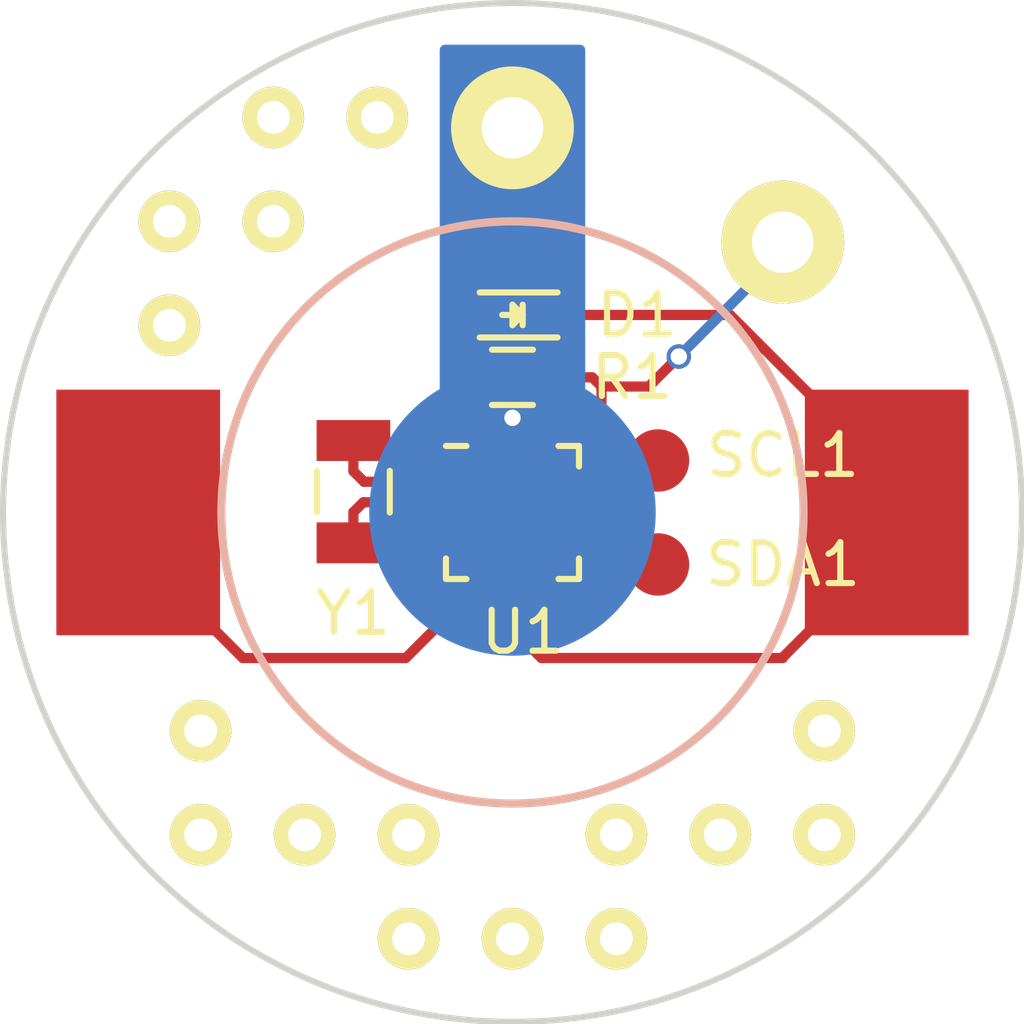
<source format=kicad_pcb>
(kicad_pcb (version 4) (host pcbnew 4.0.1-3.201512221402+6198~38~ubuntu14.04.1-stable)

  (general
    (links 17)
    (no_connects 0)
    (area 145.720999 86.792999 170.763001 111.835001)
    (thickness 1.6)
    (drawings 2)
    (tracks 47)
    (zones 0)
    (modules 27)
    (nets 10)
  )

  (page A4)
  (layers
    (0 F.Cu signal)
    (31 B.Cu signal)
    (32 B.Adhes user)
    (33 F.Adhes user)
    (34 B.Paste user)
    (35 F.Paste user)
    (36 B.SilkS user)
    (37 F.SilkS user)
    (38 B.Mask user)
    (39 F.Mask user)
    (40 Dwgs.User user)
    (41 Cmts.User user)
    (42 Eco1.User user)
    (43 Eco2.User user)
    (44 Edge.Cuts user)
    (45 Margin user)
    (46 B.CrtYd user)
    (47 F.CrtYd user)
    (48 B.Fab user)
    (49 F.Fab user hide)
  )

  (setup
    (last_trace_width 0.25)
    (trace_clearance 0.2)
    (zone_clearance 0.508)
    (zone_45_only no)
    (trace_min 0.2)
    (segment_width 0.2)
    (edge_width 0.15)
    (via_size 0.6)
    (via_drill 0.4)
    (via_min_size 0.4)
    (via_min_drill 0.3)
    (uvia_size 0.3)
    (uvia_drill 0.1)
    (uvias_allowed no)
    (uvia_min_size 0.2)
    (uvia_min_drill 0.1)
    (pcb_text_width 0.3)
    (pcb_text_size 1.5 1.5)
    (mod_edge_width 0.15)
    (mod_text_size 1 1)
    (mod_text_width 0.15)
    (pad_size 1.524 1.524)
    (pad_drill 0.762)
    (pad_to_mask_clearance 0.2)
    (aux_axis_origin 0 0)
    (visible_elements FFFFFF7F)
    (pcbplotparams
      (layerselection 0x00030_80000001)
      (usegerberextensions false)
      (excludeedgelayer true)
      (linewidth 0.100000)
      (plotframeref false)
      (viasonmask false)
      (mode 1)
      (useauxorigin false)
      (hpglpennumber 1)
      (hpglpenspeed 20)
      (hpglpendiameter 15)
      (hpglpenoverlay 2)
      (psnegative false)
      (psa4output false)
      (plotreference true)
      (plotvalue true)
      (plotinvisibletext false)
      (padsonsilk false)
      (subtractmaskfromsilk false)
      (outputformat 1)
      (mirror false)
      (drillshape 1)
      (scaleselection 1)
      (outputdirectory ""))
  )

  (net 0 "")
  (net 1 "Net-(D1-Pad2)")
  (net 2 GND)
  (net 3 "Net-(U1-Pad1)")
  (net 4 "Net-(U1-Pad2)")
  (net 5 "Net-(U1-Pad4)")
  (net 6 +BATT)
  (net 7 "Net-(SCL1-Pad1)")
  (net 8 "Net-(SDA1-Pad1)")
  (net 9 "Net-(OUT1-Pad1)")

  (net_class Default "This is the default net class."
    (clearance 0.2)
    (trace_width 0.25)
    (via_dia 0.6)
    (via_drill 0.4)
    (uvia_dia 0.3)
    (uvia_drill 0.1)
    (add_net +BATT)
    (add_net GND)
    (add_net "Net-(D1-Pad2)")
    (add_net "Net-(OUT1-Pad1)")
    (add_net "Net-(SCL1-Pad1)")
    (add_net "Net-(SDA1-Pad1)")
    (add_net "Net-(U1-Pad1)")
    (add_net "Net-(U1-Pad2)")
    (add_net "Net-(U1-Pad4)")
  )

  (module Measurement_Points:Measurement_Point_Round-TH_Small (layer F.Cu) (tedit 56D68885) (tstamp 56D68A9E)
    (at 165.862 107.188)
    (descr "Mesurement Point, Square, Trough Hole,  DM 1.5mm, Drill 0.8mm,")
    (tags "Mesurement Point, Square, Trough Hole, DM 1.5mm, Drill 0.8mm,")
    (fp_text reference REF** (at 0 -2.54) (layer F.SilkS) hide
      (effects (font (size 1 1) (thickness 0.15)))
    )
    (fp_text value Measurement_Point_Round-TH_Small (at 0 2.54) (layer F.Fab)
      (effects (font (size 1 1) (thickness 0.15)))
    )
    (pad 1 thru_hole circle (at 0 0) (size 1.50114 1.50114) (drill 0.8001) (layers *.Cu *.Mask F.SilkS))
  )

  (module Measurement_Points:Measurement_Point_Round-TH_Small (layer F.Cu) (tedit 56D68885) (tstamp 56D68A9A)
    (at 165.862 104.648)
    (descr "Mesurement Point, Square, Trough Hole,  DM 1.5mm, Drill 0.8mm,")
    (tags "Mesurement Point, Square, Trough Hole, DM 1.5mm, Drill 0.8mm,")
    (fp_text reference REF** (at 0 -2.54) (layer F.SilkS) hide
      (effects (font (size 1 1) (thickness 0.15)))
    )
    (fp_text value Measurement_Point_Round-TH_Small (at 0 2.54) (layer F.Fab)
      (effects (font (size 1 1) (thickness 0.15)))
    )
    (pad 1 thru_hole circle (at 0 0) (size 1.50114 1.50114) (drill 0.8001) (layers *.Cu *.Mask F.SilkS))
  )

  (module Measurement_Points:Measurement_Point_Round-TH_Small (layer F.Cu) (tedit 56D68885) (tstamp 56D68A7C)
    (at 163.322 107.188)
    (descr "Mesurement Point, Square, Trough Hole,  DM 1.5mm, Drill 0.8mm,")
    (tags "Mesurement Point, Square, Trough Hole, DM 1.5mm, Drill 0.8mm,")
    (fp_text reference REF** (at 0 -2.54) (layer F.SilkS) hide
      (effects (font (size 1 1) (thickness 0.15)))
    )
    (fp_text value Measurement_Point_Round-TH_Small (at 0 2.54) (layer F.Fab)
      (effects (font (size 1 1) (thickness 0.15)))
    )
    (pad 1 thru_hole circle (at 0 0) (size 1.50114 1.50114) (drill 0.8001) (layers *.Cu *.Mask F.SilkS))
  )

  (module Measurement_Points:Measurement_Point_Round-TH_Small (layer F.Cu) (tedit 56D68885) (tstamp 56D68A5E)
    (at 160.782 109.728)
    (descr "Mesurement Point, Square, Trough Hole,  DM 1.5mm, Drill 0.8mm,")
    (tags "Mesurement Point, Square, Trough Hole, DM 1.5mm, Drill 0.8mm,")
    (fp_text reference REF** (at 0 -2.54) (layer F.SilkS) hide
      (effects (font (size 1 1) (thickness 0.15)))
    )
    (fp_text value Measurement_Point_Round-TH_Small (at 0 2.54) (layer F.Fab)
      (effects (font (size 1 1) (thickness 0.15)))
    )
    (pad 1 thru_hole circle (at 0 0) (size 1.50114 1.50114) (drill 0.8001) (layers *.Cu *.Mask F.SilkS))
  )

  (module Measurement_Points:Measurement_Point_Round-TH_Small (layer F.Cu) (tedit 56D68885) (tstamp 56D68A54)
    (at 158.242 109.728)
    (descr "Mesurement Point, Square, Trough Hole,  DM 1.5mm, Drill 0.8mm,")
    (tags "Mesurement Point, Square, Trough Hole, DM 1.5mm, Drill 0.8mm,")
    (fp_text reference REF** (at 0 -2.54) (layer F.SilkS) hide
      (effects (font (size 1 1) (thickness 0.15)))
    )
    (fp_text value Measurement_Point_Round-TH_Small (at 0 2.54) (layer F.Fab)
      (effects (font (size 1 1) (thickness 0.15)))
    )
    (pad 1 thru_hole circle (at 0 0) (size 1.50114 1.50114) (drill 0.8001) (layers *.Cu *.Mask F.SilkS))
  )

  (module Measurement_Points:Measurement_Point_Round-TH_Small (layer F.Cu) (tedit 56D68885) (tstamp 56D68A50)
    (at 155.702 109.728)
    (descr "Mesurement Point, Square, Trough Hole,  DM 1.5mm, Drill 0.8mm,")
    (tags "Mesurement Point, Square, Trough Hole, DM 1.5mm, Drill 0.8mm,")
    (fp_text reference REF** (at 0 -2.54) (layer F.SilkS) hide
      (effects (font (size 1 1) (thickness 0.15)))
    )
    (fp_text value Measurement_Point_Round-TH_Small (at 0 2.54) (layer F.Fab)
      (effects (font (size 1 1) (thickness 0.15)))
    )
    (pad 1 thru_hole circle (at 0 0) (size 1.50114 1.50114) (drill 0.8001) (layers *.Cu *.Mask F.SilkS))
  )

  (module Measurement_Points:Measurement_Point_Round-TH_Small (layer F.Cu) (tedit 56D68885) (tstamp 56D68A3B)
    (at 150.622 107.188)
    (descr "Mesurement Point, Square, Trough Hole,  DM 1.5mm, Drill 0.8mm,")
    (tags "Mesurement Point, Square, Trough Hole, DM 1.5mm, Drill 0.8mm,")
    (fp_text reference REF** (at 0 -2.54) (layer F.SilkS) hide
      (effects (font (size 1 1) (thickness 0.15)))
    )
    (fp_text value Measurement_Point_Round-TH_Small (at 0 2.54) (layer F.Fab)
      (effects (font (size 1 1) (thickness 0.15)))
    )
    (pad 1 thru_hole circle (at 0 0) (size 1.50114 1.50114) (drill 0.8001) (layers *.Cu *.Mask F.SilkS))
  )

  (module Measurement_Points:Measurement_Point_Round-TH_Small (layer F.Cu) (tedit 56D68885) (tstamp 56D68A37)
    (at 150.622 104.648)
    (descr "Mesurement Point, Square, Trough Hole,  DM 1.5mm, Drill 0.8mm,")
    (tags "Mesurement Point, Square, Trough Hole, DM 1.5mm, Drill 0.8mm,")
    (fp_text reference REF** (at 0 -2.54) (layer F.SilkS) hide
      (effects (font (size 1 1) (thickness 0.15)))
    )
    (fp_text value Measurement_Point_Round-TH_Small (at 0 2.54) (layer F.Fab)
      (effects (font (size 1 1) (thickness 0.15)))
    )
    (pad 1 thru_hole circle (at 0 0) (size 1.50114 1.50114) (drill 0.8001) (layers *.Cu *.Mask F.SilkS))
  )

  (module Measurement_Points:Measurement_Point_Round-TH_Small (layer F.Cu) (tedit 56D68885) (tstamp 56D68948)
    (at 160.782 107.188)
    (descr "Mesurement Point, Square, Trough Hole,  DM 1.5mm, Drill 0.8mm,")
    (tags "Mesurement Point, Square, Trough Hole, DM 1.5mm, Drill 0.8mm,")
    (fp_text reference REF** (at 0 -2.54) (layer F.SilkS) hide
      (effects (font (size 1 1) (thickness 0.15)))
    )
    (fp_text value Measurement_Point_Round-TH_Small (at 0 2.54) (layer F.Fab)
      (effects (font (size 1 1) (thickness 0.15)))
    )
    (pad 1 thru_hole circle (at 0 0) (size 1.50114 1.50114) (drill 0.8001) (layers *.Cu *.Mask F.SilkS))
  )

  (module Measurement_Points:Measurement_Point_Round-TH_Small (layer F.Cu) (tedit 56D68885) (tstamp 56D68938)
    (at 155.702 107.188)
    (descr "Mesurement Point, Square, Trough Hole,  DM 1.5mm, Drill 0.8mm,")
    (tags "Mesurement Point, Square, Trough Hole, DM 1.5mm, Drill 0.8mm,")
    (fp_text reference REF** (at 0 -2.54) (layer F.SilkS) hide
      (effects (font (size 1 1) (thickness 0.15)))
    )
    (fp_text value Measurement_Point_Round-TH_Small (at 0 2.54) (layer F.Fab)
      (effects (font (size 1 1) (thickness 0.15)))
    )
    (pad 1 thru_hole circle (at 0 0) (size 1.50114 1.50114) (drill 0.8001) (layers *.Cu *.Mask F.SilkS))
  )

  (module Measurement_Points:Measurement_Point_Round-TH_Small (layer F.Cu) (tedit 56D68885) (tstamp 56D688DF)
    (at 154.94 89.662)
    (descr "Mesurement Point, Square, Trough Hole,  DM 1.5mm, Drill 0.8mm,")
    (tags "Mesurement Point, Square, Trough Hole, DM 1.5mm, Drill 0.8mm,")
    (fp_text reference REF** (at 0 -2.54) (layer F.SilkS) hide
      (effects (font (size 1 1) (thickness 0.15)))
    )
    (fp_text value Measurement_Point_Round-TH_Small (at 0 2.54) (layer F.Fab)
      (effects (font (size 1 1) (thickness 0.15)))
    )
    (pad 1 thru_hole circle (at 0 0) (size 1.50114 1.50114) (drill 0.8001) (layers *.Cu *.Mask F.SilkS))
  )

  (module Measurement_Points:Measurement_Point_Round-TH_Small (layer F.Cu) (tedit 56D68885) (tstamp 56D688C2)
    (at 149.86 92.202)
    (descr "Mesurement Point, Square, Trough Hole,  DM 1.5mm, Drill 0.8mm,")
    (tags "Mesurement Point, Square, Trough Hole, DM 1.5mm, Drill 0.8mm,")
    (fp_text reference REF** (at 0 -2.54) (layer F.SilkS) hide
      (effects (font (size 1 1) (thickness 0.15)))
    )
    (fp_text value Measurement_Point_Round-TH_Small (at 0 2.54) (layer F.Fab)
      (effects (font (size 1 1) (thickness 0.15)))
    )
    (pad 1 thru_hole circle (at 0 0) (size 1.50114 1.50114) (drill 0.8001) (layers *.Cu *.Mask F.SilkS))
  )

  (module Measurement_Points:Measurement_Point_Round-TH_Small (layer F.Cu) (tedit 56D68885) (tstamp 56D688AF)
    (at 152.4 92.202)
    (descr "Mesurement Point, Square, Trough Hole,  DM 1.5mm, Drill 0.8mm,")
    (tags "Mesurement Point, Square, Trough Hole, DM 1.5mm, Drill 0.8mm,")
    (fp_text reference REF** (at 0 -2.54) (layer F.SilkS) hide
      (effects (font (size 1 1) (thickness 0.15)))
    )
    (fp_text value Measurement_Point_Round-TH_Small (at 0 2.54) (layer F.Fab)
      (effects (font (size 1 1) (thickness 0.15)))
    )
    (pad 1 thru_hole circle (at 0 0) (size 1.50114 1.50114) (drill 0.8001) (layers *.Cu *.Mask F.SilkS))
  )

  (module Measurement_Points:Measurement_Point_Round-TH_Small (layer F.Cu) (tedit 56D68885) (tstamp 56D688A2)
    (at 152.4 89.662)
    (descr "Mesurement Point, Square, Trough Hole,  DM 1.5mm, Drill 0.8mm,")
    (tags "Mesurement Point, Square, Trough Hole, DM 1.5mm, Drill 0.8mm,")
    (fp_text reference REF** (at 0 -2.54) (layer F.SilkS) hide
      (effects (font (size 1 1) (thickness 0.15)))
    )
    (fp_text value Measurement_Point_Round-TH_Small (at 0 2.54) (layer F.Fab)
      (effects (font (size 1 1) (thickness 0.15)))
    )
    (pad 1 thru_hole circle (at 0 0) (size 1.50114 1.50114) (drill 0.8001) (layers *.Cu *.Mask F.SilkS))
  )

  (module Measurement_Points:Measurement_Point_Round-TH_Small (layer F.Cu) (tedit 56D68885) (tstamp 56D68895)
    (at 153.162 107.188)
    (descr "Mesurement Point, Square, Trough Hole,  DM 1.5mm, Drill 0.8mm,")
    (tags "Mesurement Point, Square, Trough Hole, DM 1.5mm, Drill 0.8mm,")
    (fp_text reference REF** (at 0 -2.54) (layer F.SilkS) hide
      (effects (font (size 1 1) (thickness 0.15)))
    )
    (fp_text value Measurement_Point_Round-TH_Small (at 0 2.54) (layer F.Fab)
      (effects (font (size 1 1) (thickness 0.15)))
    )
    (pad 1 thru_hole circle (at 0 0) (size 1.50114 1.50114) (drill 0.8001) (layers *.Cu *.Mask F.SilkS))
  )

  (module Housings_DFN_QFN:QFN-16-1EP_3x3mm_Pitch0.5mm (layer F.Cu) (tedit 54130A77) (tstamp 56D6564C)
    (at 158.242 99.314)
    (descr "16-Lead Plastic Quad Flat, No Lead Package (NG) - 3x3x0.9 mm Body [QFN]; (see Microchip Packaging Specification 00000049BS.pdf)")
    (tags "QFN 0.5")
    (path /56D5D4E6)
    (attr smd)
    (fp_text reference U1 (at 0.254 2.921) (layer F.SilkS)
      (effects (font (size 1 1) (thickness 0.15)))
    )
    (fp_text value M41T62 (at 0 2.85) (layer F.Fab)
      (effects (font (size 1 1) (thickness 0.15)))
    )
    (fp_line (start -2.1 -2.1) (end -2.1 2.1) (layer F.CrtYd) (width 0.05))
    (fp_line (start 2.1 -2.1) (end 2.1 2.1) (layer F.CrtYd) (width 0.05))
    (fp_line (start -2.1 -2.1) (end 2.1 -2.1) (layer F.CrtYd) (width 0.05))
    (fp_line (start -2.1 2.1) (end 2.1 2.1) (layer F.CrtYd) (width 0.05))
    (fp_line (start 1.625 -1.625) (end 1.625 -1.125) (layer F.SilkS) (width 0.15))
    (fp_line (start -1.625 1.625) (end -1.625 1.125) (layer F.SilkS) (width 0.15))
    (fp_line (start 1.625 1.625) (end 1.625 1.125) (layer F.SilkS) (width 0.15))
    (fp_line (start -1.625 -1.625) (end -1.125 -1.625) (layer F.SilkS) (width 0.15))
    (fp_line (start -1.625 1.625) (end -1.125 1.625) (layer F.SilkS) (width 0.15))
    (fp_line (start 1.625 1.625) (end 1.125 1.625) (layer F.SilkS) (width 0.15))
    (fp_line (start 1.625 -1.625) (end 1.125 -1.625) (layer F.SilkS) (width 0.15))
    (pad 1 smd oval (at -1.475 -0.75) (size 0.75 0.3) (layers F.Cu F.Paste F.Mask)
      (net 3 "Net-(U1-Pad1)"))
    (pad 2 smd oval (at -1.475 -0.25) (size 0.75 0.3) (layers F.Cu F.Paste F.Mask)
      (net 4 "Net-(U1-Pad2)"))
    (pad 3 smd oval (at -1.475 0.25) (size 0.75 0.3) (layers F.Cu F.Paste F.Mask)
      (net 2 GND))
    (pad 4 smd oval (at -1.475 0.75) (size 0.75 0.3) (layers F.Cu F.Paste F.Mask)
      (net 5 "Net-(U1-Pad4)"))
    (pad 5 smd oval (at -0.75 1.475 90) (size 0.75 0.3) (layers F.Cu F.Paste F.Mask)
      (net 2 GND))
    (pad 6 smd oval (at -0.25 1.475 90) (size 0.75 0.3) (layers F.Cu F.Paste F.Mask))
    (pad 7 smd oval (at 0.25 1.475 90) (size 0.75 0.3) (layers F.Cu F.Paste F.Mask))
    (pad 8 smd oval (at 0.75 1.475 90) (size 0.75 0.3) (layers F.Cu F.Paste F.Mask))
    (pad 9 smd oval (at 1.475 0.75) (size 0.75 0.3) (layers F.Cu F.Paste F.Mask)
      (net 8 "Net-(SDA1-Pad1)"))
    (pad 10 smd oval (at 1.475 0.25) (size 0.75 0.3) (layers F.Cu F.Paste F.Mask)
      (net 7 "Net-(SCL1-Pad1)"))
    (pad 11 smd oval (at 1.475 -0.25) (size 0.75 0.3) (layers F.Cu F.Paste F.Mask)
      (net 9 "Net-(OUT1-Pad1)"))
    (pad 12 smd oval (at 1.475 -0.75) (size 0.75 0.3) (layers F.Cu F.Paste F.Mask))
    (pad 13 smd oval (at 0.75 -1.475 90) (size 0.75 0.3) (layers F.Cu F.Paste F.Mask))
    (pad 14 smd oval (at 0.25 -1.475 90) (size 0.75 0.3) (layers F.Cu F.Paste F.Mask)
      (net 6 +BATT))
    (pad 15 smd oval (at -0.25 -1.475 90) (size 0.75 0.3) (layers F.Cu F.Paste F.Mask))
    (pad 16 smd oval (at -0.75 -1.475 90) (size 0.75 0.3) (layers F.Cu F.Paste F.Mask))
    (pad 17 smd rect (at 0.45 0.45) (size 0.9 0.9) (layers F.Cu F.Paste F.Mask)
      (net 2 GND) (solder_paste_margin_ratio -0.2))
    (pad 17 smd rect (at 0.45 -0.45) (size 0.9 0.9) (layers F.Cu F.Paste F.Mask)
      (net 2 GND) (solder_paste_margin_ratio -0.2))
    (pad 17 smd rect (at -0.45 0.45) (size 0.9 0.9) (layers F.Cu F.Paste F.Mask)
      (net 2 GND) (solder_paste_margin_ratio -0.2))
    (pad 17 smd rect (at -0.45 -0.45) (size 0.9 0.9) (layers F.Cu F.Paste F.Mask)
      (net 2 GND) (solder_paste_margin_ratio -0.2))
    (model Housings_DFN_QFN.3dshapes/QFN-16-1EP_3x3mm_Pitch0.5mm.wrl
      (at (xyz 0 0 0))
      (scale (xyz 1 1 1))
      (rotate (xyz 0 0 0))
    )
  )

  (module LEDs:LED_0603 (layer F.Cu) (tedit 55BDE255) (tstamp 56D6562E)
    (at 158.242 94.488 180)
    (descr "LED 0603 smd package")
    (tags "LED led 0603 SMD smd SMT smt smdled SMDLED smtled SMTLED")
    (path /56D654E3)
    (attr smd)
    (fp_text reference D1 (at -3.048 0 180) (layer F.SilkS)
      (effects (font (size 1 1) (thickness 0.15)))
    )
    (fp_text value LED (at 0 1.5 180) (layer F.Fab)
      (effects (font (size 1 1) (thickness 0.15)))
    )
    (fp_line (start -1.1 0.55) (end 0.8 0.55) (layer F.SilkS) (width 0.15))
    (fp_line (start -1.1 -0.55) (end 0.8 -0.55) (layer F.SilkS) (width 0.15))
    (fp_line (start -0.2 0) (end 0.25 0) (layer F.SilkS) (width 0.15))
    (fp_line (start -0.25 -0.25) (end -0.25 0.25) (layer F.SilkS) (width 0.15))
    (fp_line (start -0.25 0) (end 0 -0.25) (layer F.SilkS) (width 0.15))
    (fp_line (start 0 -0.25) (end 0 0.25) (layer F.SilkS) (width 0.15))
    (fp_line (start 0 0.25) (end -0.25 0) (layer F.SilkS) (width 0.15))
    (fp_line (start 1.4 -0.75) (end 1.4 0.75) (layer F.CrtYd) (width 0.05))
    (fp_line (start 1.4 0.75) (end -1.4 0.75) (layer F.CrtYd) (width 0.05))
    (fp_line (start -1.4 0.75) (end -1.4 -0.75) (layer F.CrtYd) (width 0.05))
    (fp_line (start -1.4 -0.75) (end 1.4 -0.75) (layer F.CrtYd) (width 0.05))
    (pad 2 smd rect (at 0.7493 0) (size 0.79756 0.79756) (layers F.Cu F.Paste F.Mask)
      (net 1 "Net-(D1-Pad2)"))
    (pad 1 smd rect (at -0.7493 0) (size 0.79756 0.79756) (layers F.Cu F.Paste F.Mask)
      (net 2 GND))
    (model LEDs.3dshapes/LED_0603.wrl
      (at (xyz 0 0 0))
      (scale (xyz 1 1 1))
      (rotate (xyz 0 0 180))
    )
  )

  (module Resistors_SMD:R_0603_HandSoldering (layer F.Cu) (tedit 5418A00F) (tstamp 56D65634)
    (at 158.242 96.012 180)
    (descr "Resistor SMD 0603, hand soldering")
    (tags "resistor 0603")
    (path /56D65547)
    (attr smd)
    (fp_text reference R1 (at -2.921 0 180) (layer F.SilkS)
      (effects (font (size 1 1) (thickness 0.15)))
    )
    (fp_text value 300 (at 0 1.9 180) (layer F.Fab)
      (effects (font (size 1 1) (thickness 0.15)))
    )
    (fp_line (start -2 -0.8) (end 2 -0.8) (layer F.CrtYd) (width 0.05))
    (fp_line (start -2 0.8) (end 2 0.8) (layer F.CrtYd) (width 0.05))
    (fp_line (start -2 -0.8) (end -2 0.8) (layer F.CrtYd) (width 0.05))
    (fp_line (start 2 -0.8) (end 2 0.8) (layer F.CrtYd) (width 0.05))
    (fp_line (start 0.5 0.675) (end -0.5 0.675) (layer F.SilkS) (width 0.15))
    (fp_line (start -0.5 -0.675) (end 0.5 -0.675) (layer F.SilkS) (width 0.15))
    (pad 1 smd rect (at -1.1 0 180) (size 1.2 0.9) (layers F.Cu F.Paste F.Mask)
      (net 9 "Net-(OUT1-Pad1)"))
    (pad 2 smd rect (at 1.1 0 180) (size 1.2 0.9) (layers F.Cu F.Paste F.Mask)
      (net 1 "Net-(D1-Pad2)"))
    (model Resistors_SMD.3dshapes/R_0603_HandSoldering.wrl
      (at (xyz 0 0 0))
      (scale (xyz 1 1 1))
      (rotate (xyz 0 0 0))
    )
  )

  (module Measurement_Points:Measurement_Point_Round-SMD-Pad_Small (layer F.Cu) (tedit 0) (tstamp 56D659B1)
    (at 161.798 98.044)
    (descr "Mesurement Point, Round, SMD Pad, DM 1.5mm,")
    (tags "Mesurement Point, Round, SMD Pad, DM 1.5mm,")
    (path /56D65663)
    (fp_text reference SCL1 (at 3.048 -0.127) (layer F.SilkS)
      (effects (font (size 1 1) (thickness 0.15)))
    )
    (fp_text value SCL (at 1.27 2.54) (layer F.Fab)
      (effects (font (size 1 1) (thickness 0.15)))
    )
    (pad 1 smd circle (at 0 0) (size 1.524 1.524) (layers F.Cu F.Mask)
      (net 7 "Net-(SCL1-Pad1)"))
  )

  (module Measurement_Points:Measurement_Point_Round-SMD-Pad_Small (layer F.Cu) (tedit 0) (tstamp 56D659B6)
    (at 161.798 100.584)
    (descr "Mesurement Point, Round, SMD Pad, DM 1.5mm,")
    (tags "Mesurement Point, Round, SMD Pad, DM 1.5mm,")
    (path /56D655C5)
    (fp_text reference SDA1 (at 3.048 0) (layer F.SilkS)
      (effects (font (size 1 1) (thickness 0.15)))
    )
    (fp_text value SDA (at 1.27 2.54) (layer F.Fab)
      (effects (font (size 1 1) (thickness 0.15)))
    )
    (pad 1 smd circle (at 0 0) (size 1.524 1.524) (layers F.Cu F.Mask)
      (net 8 "Net-(SDA1-Pad1)"))
  )

  (module NQBit:FC-135 (layer F.Cu) (tedit 56D67E7E) (tstamp 56D67EE9)
    (at 154.3558 98.806 270)
    (path /56D5D5C9)
    (fp_text reference Y1 (at 2.9718 0 360) (layer F.SilkS)
      (effects (font (size 1 1) (thickness 0.15)))
    )
    (fp_text value Crystal_Small (at 0 -2.032 270) (layer F.Fab)
      (effects (font (size 1 1) (thickness 0.15)))
    )
    (fp_line (start -0.508 -0.889) (end 0.508 -0.889) (layer F.SilkS) (width 0.15))
    (fp_line (start -0.508 0.889) (end 0.508 0.889) (layer F.SilkS) (width 0.15))
    (pad 1 smd rect (at 1.25 0 270) (size 1 1.8) (layers F.Cu F.Paste F.Mask)
      (net 4 "Net-(U1-Pad2)"))
    (pad 2 smd rect (at -1.25 0 270) (size 1 1.8) (layers F.Cu F.Paste F.Mask)
      (net 3 "Net-(U1-Pad1)"))
  )

  (module NQBit:PAD_7MM (layer B.Cu) (tedit 56D6827E) (tstamp 56D682EC)
    (at 158.242 99.314)
    (path /56D6829A)
    (fp_text reference BATT1 (at 0 -5.715) (layer B.SilkS) hide
      (effects (font (size 1 1) (thickness 0.15)) (justify mirror))
    )
    (fp_text value BATT (at 0 4.699) (layer B.Fab) hide
      (effects (font (size 1 1) (thickness 0.15)) (justify mirror))
    )
    (pad 1 smd circle (at 0 0) (size 7 7) (layers B.Cu B.Paste B.Mask)
      (net 6 +BATT))
  )

  (module NQBit:RECT_6X4MM (layer F.Cu) (tedit 56D6840E) (tstamp 56D68446)
    (at 167.386 99.314)
    (path /56D684BE)
    (fp_text reference GND1 (at 0 4.064) (layer F.SilkS) hide
      (effects (font (size 1 1) (thickness 0.15)))
    )
    (fp_text value GND (at 0 -4.064) (layer F.Fab) hide
      (effects (font (size 1 1) (thickness 0.15)))
    )
    (pad 1 smd rect (at 0 0) (size 4 6) (layers F.Cu F.Paste F.Mask)
      (net 2 GND))
  )

  (module NQBit:RECT_6X4MM (layer F.Cu) (tedit 56D6840E) (tstamp 56D6844A)
    (at 149.098 99.314)
    (path /56D68502)
    (fp_text reference GND2 (at 0 4.064) (layer F.SilkS) hide
      (effects (font (size 1 1) (thickness 0.15)))
    )
    (fp_text value GND (at 0 -4.064) (layer F.Fab) hide
      (effects (font (size 1 1) (thickness 0.15)))
    )
    (pad 1 smd rect (at 0 0) (size 4 6) (layers F.Cu F.Paste F.Mask)
      (net 2 GND))
  )

  (module Measurement_Points:Measurement_Point_Round-TH_Big (layer F.Cu) (tedit 56D68785) (tstamp 56D68792)
    (at 164.846 92.71)
    (descr "Mesurement Point, Square, Trough Hole,  DM 3mm, Drill 1.5mm,")
    (tags "Mesurement Point, Square, Trough Hole, DM 3mm, Drill 1.5mm,")
    (path /56D688E4)
    (fp_text reference OUT1 (at 0 -2.54) (layer F.SilkS) hide
      (effects (font (size 1 1) (thickness 0.15)))
    )
    (fp_text value OUT (at 0 3.81) (layer F.Fab)
      (effects (font (size 1 1) (thickness 0.15)))
    )
    (pad 1 thru_hole circle (at 0 0) (size 2.99974 2.99974) (drill 1.50114) (layers *.Cu *.Mask F.SilkS)
      (net 9 "Net-(OUT1-Pad1)"))
  )

  (module Measurement_Points:Measurement_Point_Round-TH_Big (layer F.Cu) (tedit 56D68840) (tstamp 56D68841)
    (at 158.242 89.916)
    (descr "Mesurement Point, Square, Trough Hole,  DM 3mm, Drill 1.5mm,")
    (tags "Mesurement Point, Square, Trough Hole, DM 3mm, Drill 1.5mm,")
    (path /56D68D54)
    (fp_text reference BATT2 (at 0 -2.54) (layer F.SilkS) hide
      (effects (font (size 1 1) (thickness 0.15)))
    )
    (fp_text value BATT (at 0 3.81) (layer F.Fab)
      (effects (font (size 1 1) (thickness 0.15)))
    )
    (pad 1 thru_hole circle (at 0 0) (size 2.99974 2.99974) (drill 1.50114) (layers *.Cu *.Mask F.SilkS)
      (net 6 +BATT))
  )

  (module Measurement_Points:Measurement_Point_Round-TH_Small (layer F.Cu) (tedit 56D68885) (tstamp 56D6887E)
    (at 149.86 94.742)
    (descr "Mesurement Point, Square, Trough Hole,  DM 1.5mm, Drill 0.8mm,")
    (tags "Mesurement Point, Square, Trough Hole, DM 1.5mm, Drill 0.8mm,")
    (fp_text reference REF** (at 0 -2.54) (layer F.SilkS) hide
      (effects (font (size 1 1) (thickness 0.15)))
    )
    (fp_text value Measurement_Point_Round-TH_Small (at 0 2.54) (layer F.Fab)
      (effects (font (size 1 1) (thickness 0.15)))
    )
    (pad 1 thru_hole circle (at 0 0) (size 1.50114 1.50114) (drill 0.8001) (layers *.Cu *.Mask F.SilkS))
  )

  (gr_circle (center 158.242 99.314) (end 158.242 92.202) (layer B.SilkS) (width 0.2))
  (gr_circle (center 158.242 99.314) (end 158.242 86.868) (layer Edge.Cuts) (width 0.15))

  (segment (start 157.142 96.012) (end 157.142 94.8387) (width 0.25) (layer F.Cu) (net 1))
  (segment (start 157.142 94.8387) (end 157.4927 94.488) (width 0.25) (layer F.Cu) (net 1))
  (segment (start 158.9913 94.488) (end 163.56 94.488) (width 0.25) (layer F.Cu) (net 2))
  (segment (start 163.56 94.488) (end 167.386 98.314) (width 0.25) (layer F.Cu) (net 2))
  (segment (start 167.386 98.314) (end 167.386 99.314) (width 0.25) (layer F.Cu) (net 2))
  (segment (start 157.492 100.789) (end 157.492 101.414) (width 0.25) (layer F.Cu) (net 2) (status 10))
  (segment (start 157.492 101.414) (end 158.948 102.87) (width 0.25) (layer F.Cu) (net 2))
  (segment (start 158.948 102.87) (end 164.846 102.87) (width 0.25) (layer F.Cu) (net 2))
  (segment (start 164.846 102.87) (end 164.846 102.854) (width 0.25) (layer F.Cu) (net 2))
  (segment (start 164.846 102.854) (end 167.386 100.314) (width 0.25) (layer F.Cu) (net 2) (status 20))
  (segment (start 167.386 100.314) (end 167.386 99.314) (width 0.25) (layer F.Cu) (net 2) (status 30))
  (segment (start 157.492 100.789) (end 157.492 101.014) (width 0.25) (layer F.Cu) (net 2) (status 30))
  (segment (start 157.492 101.014) (end 155.636 102.87) (width 0.25) (layer F.Cu) (net 2) (status 10))
  (segment (start 155.636 102.87) (end 151.654 102.87) (width 0.25) (layer F.Cu) (net 2))
  (segment (start 151.654 102.87) (end 149.098 100.314) (width 0.25) (layer F.Cu) (net 2) (status 20))
  (segment (start 149.098 100.314) (end 149.098 99.314) (width 0.25) (layer F.Cu) (net 2) (status 30))
  (segment (start 156.767 99.564) (end 157.592 99.564) (width 0.25) (layer F.Cu) (net 2) (status 30))
  (segment (start 157.592 99.564) (end 157.792 99.764) (width 0.25) (layer F.Cu) (net 2) (status 30))
  (segment (start 158.692 99.764) (end 157.792 99.764) (width 0.25) (layer F.Cu) (net 2) (status 30))
  (segment (start 158.692 98.864) (end 157.792 98.864) (width 0.25) (layer F.Cu) (net 2) (status 30))
  (segment (start 157.792 98.864) (end 157.792 99.764) (width 0.25) (layer F.Cu) (net 2) (status 30))
  (segment (start 157.792 99.764) (end 157.492 100.064) (width 0.25) (layer F.Cu) (net 2) (status 30))
  (segment (start 157.492 100.064) (end 157.492 100.789) (width 0.25) (layer F.Cu) (net 2) (status 30))
  (segment (start 156.767 98.564) (end 154.6138 98.564) (width 0.25) (layer F.Cu) (net 3) (status 10))
  (segment (start 154.6138 98.564) (end 154.3558 98.306) (width 0.25) (layer F.Cu) (net 3))
  (segment (start 154.3558 98.306) (end 154.3558 97.556) (width 0.25) (layer F.Cu) (net 3) (status 20))
  (segment (start 156.767 99.064) (end 154.5978 99.064) (width 0.25) (layer F.Cu) (net 4) (status 10))
  (segment (start 154.5978 99.064) (end 154.3558 99.306) (width 0.25) (layer F.Cu) (net 4))
  (segment (start 154.3558 99.306) (end 154.3558 100.056) (width 0.25) (layer F.Cu) (net 4) (status 20))
  (segment (start 158.492 97.839) (end 158.492 97.2526) (width 0.25) (layer F.Cu) (net 6) (status 10))
  (segment (start 158.492 97.2526) (end 158.242 97.0026) (width 0.25) (layer F.Cu) (net 6))
  (via (at 158.242 97.0026) (size 0.6) (drill 0.4) (layers F.Cu B.Cu) (net 6) (status 30))
  (segment (start 159.717 99.564) (end 160.342 99.564) (width 0.25) (layer F.Cu) (net 7) (status 10))
  (segment (start 160.342 99.564) (end 161.798 98.108) (width 0.25) (layer F.Cu) (net 7) (status 20))
  (segment (start 161.798 98.108) (end 161.798 98.044) (width 0.25) (layer F.Cu) (net 7) (status 30))
  (segment (start 159.717 100.064) (end 161.278 100.064) (width 0.25) (layer F.Cu) (net 8) (status 30))
  (segment (start 161.278 100.064) (end 161.798 100.584) (width 0.25) (layer F.Cu) (net 8) (status 30))
  (segment (start 162.306 95.504) (end 164.846 92.964) (width 0.25) (layer B.Cu) (net 9))
  (segment (start 164.846 92.964) (end 164.846 92.71) (width 0.25) (layer B.Cu) (net 9))
  (segment (start 161.57299 96.23701) (end 162.306 95.504) (width 0.25) (layer F.Cu) (net 9))
  (via (at 162.306 95.504) (size 0.6) (drill 0.4) (layers F.Cu B.Cu) (net 9))
  (segment (start 160.41701 96.23701) (end 161.57299 96.23701) (width 0.25) (layer F.Cu) (net 9))
  (segment (start 159.342 96.012) (end 160.192 96.012) (width 0.25) (layer F.Cu) (net 9))
  (segment (start 160.192 96.012) (end 160.41701 96.23701) (width 0.25) (layer F.Cu) (net 9))
  (segment (start 160.41701 96.23701) (end 160.41701 98.760755) (width 0.25) (layer F.Cu) (net 9))
  (segment (start 160.41701 98.760755) (end 160.113765 99.064) (width 0.25) (layer F.Cu) (net 9))
  (segment (start 160.113765 99.064) (end 159.717 99.064) (width 0.25) (layer F.Cu) (net 9))

  (zone (net 6) (net_name +BATT) (layer B.Cu) (tstamp 0) (hatch none 0.508)
    (connect_pads yes (clearance 0.508))
    (min_thickness 0.254)
    (fill yes (arc_segments 32) (thermal_gap 0.508) (thermal_bridge_width 0.508))
    (polygon
      (pts
        (xy 160.02 99.568) (xy 160.02 87.884) (xy 156.464 87.884) (xy 156.464 99.568)
      )
    )
    (filled_polygon
      (pts
        (xy 159.893 99.441) (xy 156.591 99.441) (xy 156.591 88.011) (xy 159.893 88.011)
      )
    )
  )
)

</source>
